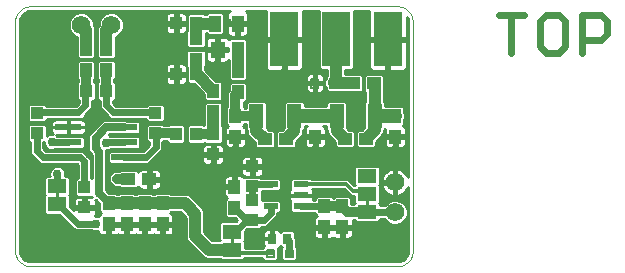
<source format=gtl>
G75*
G70*
%OFA0B0*%
%FSLAX24Y24*%
%IPPOS*%
%LPD*%
%AMOC8*
5,1,8,0,0,1.08239X$1,22.5*
%
%ADD10C,0.0230*%
%ADD11C,0.0020*%
%ADD12R,0.0500X0.0220*%
%ADD13R,0.0433X0.0394*%
%ADD14R,0.0400X0.0450*%
%ADD15C,0.0100*%
%ADD16R,0.0630X0.0460*%
%ADD17C,0.0079*%
%ADD18R,0.0276X0.0354*%
%ADD19R,0.0860X0.0220*%
%ADD20R,0.0950X0.1800*%
%ADD21R,0.0394X0.0433*%
%ADD22R,0.0394X0.0567*%
%ADD23R,0.0472X0.0567*%
%ADD24R,0.0472X0.0787*%
%ADD25R,0.0450X0.0400*%
%ADD26C,0.0620*%
%ADD27C,0.0300*%
%ADD28C,0.0240*%
%ADD29C,0.0320*%
%ADD30C,0.0220*%
%ADD31C,0.0120*%
%ADD32C,0.0400*%
%ADD33C,0.0260*%
%ADD34C,0.0390*%
%ADD35C,0.0450*%
D10*
X022768Y008536D02*
X023616Y008536D01*
X023192Y008536D02*
X023192Y007265D01*
X024149Y007477D02*
X024361Y007265D01*
X024785Y007265D01*
X024997Y007477D01*
X024997Y008324D01*
X024785Y008536D01*
X024361Y008536D01*
X024149Y008324D01*
X024149Y007477D01*
X025531Y007689D02*
X026166Y007689D01*
X026378Y007901D01*
X026378Y008324D01*
X026166Y008536D01*
X025531Y008536D01*
X025531Y007265D01*
D11*
X006654Y008311D02*
X006654Y000650D01*
X006656Y000606D01*
X006662Y000563D01*
X006671Y000521D01*
X006684Y000479D01*
X006701Y000439D01*
X006721Y000400D01*
X006744Y000363D01*
X006771Y000329D01*
X006800Y000296D01*
X006833Y000267D01*
X006867Y000240D01*
X006904Y000217D01*
X006943Y000197D01*
X006983Y000180D01*
X007025Y000167D01*
X007067Y000158D01*
X007110Y000152D01*
X007154Y000150D01*
X019402Y000150D01*
X019446Y000152D01*
X019489Y000158D01*
X019531Y000167D01*
X019573Y000180D01*
X019613Y000197D01*
X019652Y000217D01*
X019689Y000240D01*
X019723Y000267D01*
X019756Y000296D01*
X019785Y000329D01*
X019812Y000363D01*
X019835Y000400D01*
X019855Y000439D01*
X019872Y000479D01*
X019885Y000521D01*
X019894Y000563D01*
X019900Y000606D01*
X019902Y000650D01*
X019902Y008311D01*
X019900Y008355D01*
X019894Y008398D01*
X019885Y008440D01*
X019872Y008482D01*
X019855Y008522D01*
X019835Y008561D01*
X019812Y008598D01*
X019785Y008632D01*
X019756Y008665D01*
X019723Y008694D01*
X019689Y008721D01*
X019652Y008744D01*
X019613Y008764D01*
X019573Y008781D01*
X019531Y008794D01*
X019489Y008803D01*
X019446Y008809D01*
X019402Y008811D01*
X007154Y008811D01*
X007110Y008809D01*
X007067Y008803D01*
X007025Y008794D01*
X006983Y008781D01*
X006943Y008764D01*
X006904Y008744D01*
X006867Y008721D01*
X006833Y008694D01*
X006800Y008665D01*
X006771Y008632D01*
X006744Y008598D01*
X006721Y008561D01*
X006701Y008522D01*
X006684Y008482D01*
X006671Y008440D01*
X006662Y008398D01*
X006656Y008355D01*
X006654Y008311D01*
D12*
X015168Y002880D03*
X016188Y002880D03*
X016188Y002510D03*
X016188Y002140D03*
X015168Y002140D03*
D13*
X014558Y002365D03*
X014558Y002815D03*
X014558Y003485D03*
X013253Y003875D03*
X013253Y004545D03*
X011328Y004589D03*
X011328Y005258D03*
X012683Y007065D03*
X012683Y007735D03*
X007391Y005258D03*
X007391Y004589D03*
X008964Y002778D03*
X008964Y002109D03*
X014558Y001695D03*
D14*
X013958Y002100D03*
X013958Y002800D03*
X011573Y002250D03*
X010973Y002250D03*
X010373Y002250D03*
X009773Y002250D03*
X009773Y001550D03*
X010373Y001550D03*
X010973Y001550D03*
X011573Y001550D03*
X016955Y001444D03*
X017552Y001440D03*
X017552Y002140D03*
X016955Y002144D03*
X016651Y004461D03*
X016651Y005161D03*
X019320Y005162D03*
X019320Y004462D03*
X014080Y005953D03*
X013253Y006000D03*
X014080Y006653D03*
X013253Y005300D03*
X013991Y005158D03*
X013991Y004458D03*
X009693Y006700D03*
X009013Y006680D03*
X009013Y007380D03*
X009693Y007400D03*
D15*
X009383Y007439D02*
X009323Y007439D01*
X009323Y007341D02*
X009383Y007341D01*
X009383Y007242D02*
X009323Y007242D01*
X009323Y007144D02*
X009383Y007144D01*
X009383Y007129D02*
X009448Y007065D01*
X009939Y007065D01*
X010003Y007129D01*
X010003Y007671D01*
X009998Y007676D01*
X009998Y007795D01*
X010091Y007834D01*
X010209Y007952D01*
X010273Y008106D01*
X010273Y008274D01*
X010209Y008428D01*
X010091Y008546D01*
X009937Y008610D01*
X009770Y008610D01*
X009615Y008546D01*
X009497Y008428D01*
X009433Y008274D01*
X009433Y008199D01*
X009388Y008091D01*
X009388Y007676D01*
X009383Y007671D01*
X009383Y007129D01*
X009323Y007109D02*
X009323Y007651D01*
X009318Y007656D01*
X009318Y008091D01*
X009273Y008199D01*
X009273Y008274D01*
X009209Y008428D01*
X009091Y008546D01*
X008937Y008610D01*
X008770Y008610D01*
X008615Y008546D01*
X008497Y008428D01*
X008433Y008274D01*
X008433Y008106D01*
X008497Y007952D01*
X008615Y007834D01*
X008708Y007795D01*
X008708Y007656D01*
X008703Y007651D01*
X008703Y007109D01*
X008768Y007045D01*
X009259Y007045D01*
X012357Y007045D01*
X012357Y006947D02*
X010003Y006947D01*
X010003Y006971D02*
X009939Y007035D01*
X009448Y007035D01*
X009383Y006971D01*
X009383Y006429D01*
X009424Y006388D01*
X009424Y006291D01*
X009387Y006254D01*
X009387Y005730D01*
X009452Y005665D01*
X009474Y005665D01*
X009474Y005418D01*
X009633Y005259D01*
X009750Y005143D01*
X009750Y005124D01*
X009814Y005060D01*
X011002Y005060D01*
X011002Y005015D01*
X011066Y004951D01*
X011590Y004951D01*
X011655Y005015D01*
X011655Y005500D01*
X011590Y005565D01*
X011066Y005565D01*
X011002Y005500D01*
X011002Y005500D01*
X010015Y005500D01*
X009944Y005570D01*
X009914Y005600D01*
X009914Y005665D01*
X009937Y005665D01*
X010001Y005730D01*
X010001Y006254D01*
X009964Y006291D01*
X009964Y006390D01*
X010003Y006429D01*
X010003Y006971D01*
X010003Y006848D02*
X011696Y006848D01*
X011702Y006859D02*
X011682Y006824D01*
X011672Y006786D01*
X011672Y006598D01*
X011970Y006598D01*
X011970Y006502D01*
X011672Y006502D01*
X011672Y006314D01*
X011682Y006276D01*
X011702Y006241D01*
X011730Y006213D01*
X011764Y006194D01*
X011802Y006183D01*
X011970Y006183D01*
X011970Y006502D01*
X012067Y006502D01*
X012067Y006598D01*
X012366Y006598D01*
X012366Y006786D01*
X012355Y006824D01*
X012336Y006859D01*
X012308Y006887D01*
X012273Y006906D01*
X012235Y006917D01*
X012067Y006917D01*
X012067Y006598D01*
X011970Y006598D01*
X011970Y006917D01*
X011802Y006917D01*
X011764Y006906D01*
X011730Y006887D01*
X011702Y006859D01*
X011672Y006750D02*
X010003Y006750D01*
X010003Y006651D02*
X011672Y006651D01*
X011672Y006454D02*
X010003Y006454D01*
X010003Y006553D02*
X011970Y006553D01*
X012067Y006553D02*
X012381Y006553D01*
X012366Y006502D02*
X012067Y006502D01*
X012067Y006183D01*
X012235Y006183D01*
X012273Y006194D01*
X012308Y006213D01*
X012336Y006241D01*
X012355Y006276D01*
X012366Y006314D01*
X012366Y006502D01*
X012366Y006454D02*
X012381Y006454D01*
X012381Y006356D02*
X012366Y006356D01*
X012381Y006288D02*
X012381Y006799D01*
X012357Y006823D01*
X012357Y007308D01*
X012421Y007372D01*
X012945Y007372D01*
X013010Y007308D01*
X013010Y006823D01*
X012995Y006808D01*
X012995Y006690D01*
X013350Y006335D01*
X013499Y006335D01*
X013563Y006271D01*
X013563Y005729D01*
X013499Y005665D01*
X013008Y005665D01*
X012943Y005729D01*
X012943Y005879D01*
X012599Y006223D01*
X012446Y006223D01*
X012381Y006288D01*
X012412Y006257D02*
X012345Y006257D01*
X012067Y006257D02*
X011970Y006257D01*
X011970Y006356D02*
X012067Y006356D01*
X012067Y006454D02*
X011970Y006454D01*
X011970Y006651D02*
X012067Y006651D01*
X012067Y006750D02*
X011970Y006750D01*
X011970Y006848D02*
X012067Y006848D01*
X012342Y006848D02*
X012357Y006848D01*
X012366Y006750D02*
X012381Y006750D01*
X012381Y006651D02*
X012366Y006651D01*
X012995Y006750D02*
X013770Y006750D01*
X013770Y006848D02*
X013010Y006848D01*
X013010Y006947D02*
X013111Y006947D01*
X013106Y006948D02*
X013145Y006937D01*
X013351Y006937D01*
X013351Y007321D01*
X013451Y007321D01*
X013760Y007321D01*
X013760Y007421D01*
X013451Y007421D01*
X013451Y007321D01*
X013451Y006937D01*
X013657Y006937D01*
X013695Y006948D01*
X013729Y006967D01*
X013757Y006995D01*
X013775Y007026D01*
X013775Y006928D01*
X013770Y006923D01*
X013770Y006382D01*
X013834Y006318D01*
X014325Y006318D01*
X014390Y006382D01*
X014390Y006923D01*
X014385Y006928D01*
X014385Y007297D01*
X014390Y007309D01*
X014390Y007433D01*
X014377Y007464D01*
X014377Y007700D01*
X014312Y007764D01*
X013827Y007764D01*
X013776Y007713D01*
X013757Y007747D01*
X013729Y007774D01*
X013695Y007794D01*
X013657Y007804D01*
X013451Y007804D01*
X013451Y007421D01*
X013351Y007421D01*
X013351Y007804D01*
X013145Y007804D01*
X013106Y007794D01*
X013072Y007774D01*
X013044Y007747D01*
X013025Y007712D01*
X013014Y007674D01*
X013014Y007421D01*
X013351Y007421D01*
X013351Y007321D01*
X013014Y007321D01*
X013014Y007068D01*
X013025Y007030D01*
X013044Y006995D01*
X013072Y006967D01*
X013106Y006948D01*
X013020Y007045D02*
X013010Y007045D01*
X013010Y007144D02*
X013014Y007144D01*
X013010Y007242D02*
X013014Y007242D01*
X012977Y007341D02*
X013351Y007341D01*
X013351Y007439D02*
X013451Y007439D01*
X013451Y007341D02*
X013760Y007341D01*
X013451Y007242D02*
X013351Y007242D01*
X013351Y007144D02*
X013451Y007144D01*
X013451Y007045D02*
X013351Y007045D01*
X013351Y006947D02*
X013451Y006947D01*
X013690Y006947D02*
X013775Y006947D01*
X013770Y006651D02*
X013034Y006651D01*
X013132Y006553D02*
X013770Y006553D01*
X013770Y006454D02*
X013231Y006454D01*
X013329Y006356D02*
X013796Y006356D01*
X013834Y006288D02*
X013770Y006223D01*
X013770Y006025D01*
X013766Y006021D01*
X013725Y005922D01*
X013725Y005472D01*
X013681Y005429D01*
X013681Y004888D01*
X013744Y004826D01*
X013734Y004823D01*
X013699Y004803D01*
X013671Y004775D01*
X013652Y004741D01*
X013641Y004703D01*
X013641Y004508D01*
X013941Y004508D01*
X013941Y004408D01*
X013641Y004408D01*
X013641Y004214D01*
X013652Y004175D01*
X013671Y004141D01*
X013699Y004113D01*
X013734Y004093D01*
X013772Y004083D01*
X013941Y004083D01*
X013941Y004408D01*
X014041Y004408D01*
X014041Y004083D01*
X014211Y004083D01*
X014249Y004093D01*
X014284Y004113D01*
X014312Y004141D01*
X014331Y004175D01*
X014341Y004214D01*
X014341Y004408D01*
X014041Y004408D01*
X014041Y004508D01*
X014341Y004508D01*
X014341Y004703D01*
X014331Y004741D01*
X014312Y004775D01*
X014284Y004803D01*
X014249Y004823D01*
X014239Y004826D01*
X014301Y004888D01*
X014301Y004891D01*
X014346Y004891D01*
X014346Y004722D01*
X014382Y004686D01*
X014382Y004602D01*
X014429Y004488D01*
X014517Y004401D01*
X014637Y004280D01*
X014637Y004138D01*
X014702Y004073D01*
X015243Y004073D01*
X015307Y004138D01*
X015307Y004629D01*
X015243Y004693D01*
X015101Y004693D01*
X015039Y004755D01*
X015039Y005601D01*
X014974Y005665D01*
X014410Y005665D01*
X014346Y005601D01*
X014346Y005431D01*
X014299Y005431D01*
X014265Y005466D01*
X014265Y005618D01*
X014325Y005618D01*
X014390Y005682D01*
X014390Y006223D01*
X014325Y006288D01*
X013834Y006288D01*
X013803Y006257D02*
X013563Y006257D01*
X013563Y006159D02*
X013770Y006159D01*
X013770Y006060D02*
X013563Y006060D01*
X013563Y005962D02*
X013741Y005962D01*
X013725Y005863D02*
X013563Y005863D01*
X013563Y005765D02*
X013725Y005765D01*
X013725Y005666D02*
X013500Y005666D01*
X013499Y005635D02*
X013008Y005635D01*
X012943Y005571D01*
X012943Y005029D01*
X012948Y005024D01*
X012948Y004859D01*
X012930Y004877D01*
X012446Y004877D01*
X012381Y004812D01*
X012381Y004288D01*
X012446Y004223D01*
X012930Y004223D01*
X012968Y004261D01*
X012991Y004238D01*
X013515Y004238D01*
X013580Y004302D01*
X013580Y004787D01*
X013558Y004809D01*
X013558Y005024D01*
X013563Y005029D01*
X013563Y005571D01*
X013499Y005635D01*
X013563Y005568D02*
X013725Y005568D01*
X013722Y005469D02*
X013563Y005469D01*
X013563Y005371D02*
X013681Y005371D01*
X013681Y005272D02*
X013563Y005272D01*
X013563Y005174D02*
X013681Y005174D01*
X013681Y005075D02*
X013563Y005075D01*
X013558Y004977D02*
X013681Y004977D01*
X013691Y004878D02*
X013558Y004878D01*
X013580Y004780D02*
X013676Y004780D01*
X013641Y004681D02*
X013580Y004681D01*
X013580Y004583D02*
X013641Y004583D01*
X013580Y004484D02*
X013941Y004484D01*
X013941Y004386D02*
X014041Y004386D01*
X014041Y004484D02*
X014433Y004484D01*
X014390Y004583D02*
X014341Y004583D01*
X014341Y004681D02*
X014382Y004681D01*
X014346Y004780D02*
X014307Y004780D01*
X014292Y004878D02*
X014346Y004878D01*
X014346Y005469D02*
X014265Y005469D01*
X014265Y005568D02*
X014346Y005568D01*
X014373Y005666D02*
X018323Y005666D01*
X018323Y005638D02*
X018287Y005601D01*
X018287Y004776D01*
X018212Y004700D01*
X018069Y004700D01*
X018005Y004636D01*
X018005Y004145D01*
X018069Y004080D01*
X018610Y004080D01*
X018675Y004145D01*
X018675Y004287D01*
X018970Y004287D01*
X018970Y004217D02*
X018980Y004179D01*
X019000Y004145D01*
X019028Y004117D01*
X019062Y004097D01*
X019100Y004087D01*
X019270Y004087D01*
X019270Y004412D01*
X019370Y004412D01*
X019370Y004512D01*
X019670Y004512D01*
X019670Y004707D01*
X019660Y004745D01*
X019640Y004779D01*
X019612Y004807D01*
X019578Y004827D01*
X019568Y004829D01*
X019630Y004891D01*
X019630Y005035D01*
X019655Y005095D01*
X019655Y005228D01*
X019630Y005289D01*
X019630Y005432D01*
X019565Y005497D01*
X018979Y005497D01*
X018979Y005601D01*
X018943Y005638D01*
X018943Y006282D01*
X018938Y006294D01*
X018938Y006496D01*
X018874Y006560D01*
X018333Y006560D01*
X018268Y006496D01*
X018268Y006004D01*
X018323Y005950D01*
X018323Y005638D01*
X018287Y005568D02*
X017720Y005568D01*
X017720Y005601D02*
X017720Y004749D01*
X017768Y004700D01*
X017910Y004700D01*
X017975Y004636D01*
X017975Y004145D01*
X017910Y004080D01*
X017369Y004080D01*
X017305Y004145D01*
X017305Y004287D01*
X017001Y004287D01*
X017001Y004217D02*
X017001Y004411D01*
X016701Y004411D01*
X016701Y004086D01*
X016871Y004086D01*
X016909Y004097D01*
X016944Y004116D01*
X016972Y004144D01*
X016991Y004179D01*
X017001Y004217D01*
X016994Y004189D02*
X017305Y004189D01*
X017305Y004287D02*
X017198Y004394D01*
X017111Y004481D01*
X017063Y004595D01*
X017063Y004687D01*
X017027Y004723D01*
X017027Y004827D01*
X016906Y004827D01*
X016909Y004826D01*
X016944Y004807D01*
X016972Y004779D01*
X016991Y004744D01*
X017001Y004706D01*
X017001Y004511D01*
X016701Y004511D01*
X016701Y004411D01*
X016601Y004411D01*
X016601Y004086D01*
X016432Y004086D01*
X016394Y004097D01*
X016359Y004116D01*
X016331Y004144D01*
X016312Y004179D01*
X016301Y004217D01*
X016301Y004411D01*
X016601Y004411D01*
X016601Y004511D01*
X016301Y004511D01*
X016301Y004706D01*
X016312Y004744D01*
X016331Y004779D01*
X016359Y004807D01*
X016394Y004826D01*
X016397Y004827D01*
X016298Y004827D01*
X016298Y004722D01*
X016262Y004686D01*
X016262Y004602D01*
X016215Y004488D01*
X016128Y004401D01*
X016007Y004280D01*
X016007Y004138D01*
X015943Y004073D01*
X015402Y004073D01*
X015337Y004138D01*
X015337Y004629D01*
X015402Y004693D01*
X015544Y004693D01*
X015606Y004755D01*
X015606Y005601D01*
X015670Y005665D01*
X016234Y005665D01*
X016298Y005601D01*
X016298Y005497D01*
X017027Y005497D01*
X017027Y005601D01*
X017092Y005666D01*
X017655Y005666D01*
X017720Y005601D01*
X017720Y005469D02*
X018287Y005469D01*
X018287Y005371D02*
X017720Y005371D01*
X017720Y005272D02*
X018287Y005272D01*
X018287Y005174D02*
X017720Y005174D01*
X017720Y005075D02*
X018287Y005075D01*
X018287Y004977D02*
X017720Y004977D01*
X017720Y004878D02*
X018287Y004878D01*
X018287Y004780D02*
X017720Y004780D01*
X017930Y004681D02*
X018050Y004681D01*
X018005Y004583D02*
X017975Y004583D01*
X017975Y004484D02*
X018005Y004484D01*
X018005Y004386D02*
X017975Y004386D01*
X017975Y004287D02*
X018005Y004287D01*
X018005Y004189D02*
X017975Y004189D01*
X017920Y004090D02*
X018060Y004090D01*
X018620Y004090D02*
X019088Y004090D01*
X018977Y004189D02*
X018675Y004189D01*
X018675Y004287D02*
X018809Y004421D01*
X018896Y004508D01*
X018943Y004622D01*
X018943Y004687D01*
X018972Y004716D01*
X018970Y004707D01*
X018970Y004512D01*
X019270Y004512D01*
X019270Y004412D01*
X018970Y004412D01*
X018970Y004217D01*
X018970Y004386D02*
X018773Y004386D01*
X018872Y004484D02*
X019270Y004484D01*
X019270Y004386D02*
X019370Y004386D01*
X019370Y004412D02*
X019370Y004087D01*
X019540Y004087D01*
X019578Y004097D01*
X019612Y004117D01*
X019640Y004145D01*
X019660Y004179D01*
X019670Y004217D01*
X019670Y004412D01*
X019370Y004412D01*
X019370Y004484D02*
X019742Y004484D01*
X019742Y004386D02*
X019670Y004386D01*
X019670Y004287D02*
X019742Y004287D01*
X019742Y004189D02*
X019662Y004189D01*
X019742Y004090D02*
X019552Y004090D01*
X019370Y004090D02*
X019270Y004090D01*
X019270Y004189D02*
X019370Y004189D01*
X019370Y004287D02*
X019270Y004287D01*
X018970Y004583D02*
X018927Y004583D01*
X018943Y004681D02*
X018970Y004681D01*
X019617Y004878D02*
X019742Y004878D01*
X019742Y004780D02*
X019639Y004780D01*
X019670Y004681D02*
X019742Y004681D01*
X019742Y004583D02*
X019670Y004583D01*
X019630Y004977D02*
X019742Y004977D01*
X019742Y005075D02*
X019646Y005075D01*
X019655Y005174D02*
X019742Y005174D01*
X019742Y005272D02*
X019637Y005272D01*
X019630Y005371D02*
X019742Y005371D01*
X019742Y005469D02*
X019593Y005469D01*
X019742Y005568D02*
X018979Y005568D01*
X018943Y005666D02*
X019742Y005666D01*
X019742Y005765D02*
X018943Y005765D01*
X018943Y005863D02*
X019742Y005863D01*
X019742Y005962D02*
X018943Y005962D01*
X018943Y006060D02*
X019742Y006060D01*
X019742Y006159D02*
X018943Y006159D01*
X018943Y006257D02*
X019742Y006257D01*
X019742Y006356D02*
X018938Y006356D01*
X018938Y006454D02*
X019742Y006454D01*
X019742Y006553D02*
X018881Y006553D01*
X019028Y006661D02*
X019028Y007661D01*
X019128Y007661D01*
X019128Y006661D01*
X019573Y006661D01*
X019611Y006672D01*
X019645Y006691D01*
X019673Y006719D01*
X019693Y006754D01*
X019703Y006792D01*
X019703Y007661D01*
X019128Y007661D01*
X019128Y007761D01*
X019703Y007761D01*
X019703Y008455D01*
X019735Y008378D01*
X019742Y008311D01*
X019742Y003119D01*
X019740Y003127D01*
X019707Y003191D01*
X019664Y003250D01*
X019613Y003301D01*
X019554Y003343D01*
X019490Y003376D01*
X019421Y003399D01*
X019362Y003408D01*
X019362Y002998D01*
X019265Y002998D01*
X019265Y002902D01*
X018855Y002902D01*
X018865Y002842D01*
X018887Y002773D01*
X018920Y002709D01*
X018962Y002650D01*
X019014Y002599D01*
X019072Y002557D01*
X019137Y002524D01*
X019206Y002501D01*
X019265Y002492D01*
X019265Y002902D01*
X019362Y002902D01*
X019362Y002492D01*
X019421Y002501D01*
X019490Y002524D01*
X019554Y002557D01*
X019613Y002599D01*
X019664Y002650D01*
X019707Y002709D01*
X019740Y002773D01*
X019742Y002781D01*
X019742Y000650D01*
X019735Y000584D01*
X019685Y000461D01*
X019591Y000367D01*
X019468Y000316D01*
X019402Y000310D01*
X007154Y000310D01*
X007087Y000316D01*
X006965Y000367D01*
X006871Y000461D01*
X006820Y000584D01*
X006814Y000650D01*
X006814Y008311D01*
X006820Y008378D01*
X006871Y008500D01*
X006965Y008594D01*
X007087Y008645D01*
X007154Y008652D01*
X013800Y008652D01*
X013781Y008641D01*
X013753Y008613D01*
X013733Y008578D01*
X013723Y008540D01*
X013723Y008286D01*
X014021Y008286D01*
X014021Y008189D01*
X013723Y008189D01*
X013723Y007934D01*
X013733Y007896D01*
X013753Y007862D01*
X013781Y007834D01*
X013815Y007814D01*
X013853Y007804D01*
X014021Y007804D01*
X014021Y008189D01*
X014118Y008189D01*
X014118Y008286D01*
X014417Y008286D01*
X014417Y008540D01*
X014406Y008578D01*
X014387Y008613D01*
X014359Y008641D01*
X014340Y008652D01*
X015009Y008652D01*
X015003Y008631D01*
X015003Y007761D01*
X015578Y007761D01*
X015578Y007661D01*
X015678Y007661D01*
X015678Y006661D01*
X016123Y006661D01*
X016161Y006672D01*
X016195Y006691D01*
X016223Y006719D01*
X016243Y006754D01*
X016253Y006792D01*
X016253Y007661D01*
X015678Y007661D01*
X015678Y007761D01*
X016253Y007761D01*
X016253Y008631D01*
X016248Y008652D01*
X016768Y008652D01*
X016768Y006766D01*
X016833Y006701D01*
X017043Y006701D01*
X017043Y006502D01*
X017001Y006460D01*
X017001Y006414D01*
X016958Y006312D01*
X016958Y006188D01*
X017001Y006086D01*
X017001Y006040D01*
X017088Y005953D01*
X017175Y005953D01*
X017207Y005940D01*
X018174Y005940D01*
X018238Y006004D01*
X018238Y006496D01*
X018174Y006560D01*
X017663Y006560D01*
X017663Y006701D01*
X017874Y006701D01*
X017938Y006766D01*
X017938Y008652D01*
X018459Y008652D01*
X018453Y008631D01*
X018453Y007761D01*
X019028Y007761D01*
X019028Y007661D01*
X018453Y007661D01*
X018453Y006792D01*
X018464Y006754D01*
X018483Y006719D01*
X018511Y006691D01*
X018545Y006672D01*
X018584Y006661D01*
X019028Y006661D01*
X019028Y006750D02*
X019128Y006750D01*
X019128Y006848D02*
X019028Y006848D01*
X019028Y006947D02*
X019128Y006947D01*
X019128Y007045D02*
X019028Y007045D01*
X019028Y007144D02*
X019128Y007144D01*
X019128Y007242D02*
X019028Y007242D01*
X019028Y007341D02*
X019128Y007341D01*
X019128Y007439D02*
X019028Y007439D01*
X019028Y007538D02*
X019128Y007538D01*
X019128Y007636D02*
X019028Y007636D01*
X019028Y007735D02*
X017938Y007735D01*
X017938Y007833D02*
X018453Y007833D01*
X018453Y007932D02*
X017938Y007932D01*
X017938Y008030D02*
X018453Y008030D01*
X018453Y008129D02*
X017938Y008129D01*
X017938Y008227D02*
X018453Y008227D01*
X018453Y008326D02*
X017938Y008326D01*
X017938Y008424D02*
X018453Y008424D01*
X018453Y008523D02*
X017938Y008523D01*
X017938Y008621D02*
X018453Y008621D01*
X019703Y008424D02*
X019716Y008424D01*
X019703Y008326D02*
X019741Y008326D01*
X019742Y008227D02*
X019703Y008227D01*
X019703Y008129D02*
X019742Y008129D01*
X019742Y008030D02*
X019703Y008030D01*
X019703Y007932D02*
X019742Y007932D01*
X019742Y007833D02*
X019703Y007833D01*
X019742Y007735D02*
X019128Y007735D01*
X019703Y007636D02*
X019742Y007636D01*
X019742Y007538D02*
X019703Y007538D01*
X019703Y007439D02*
X019742Y007439D01*
X019742Y007341D02*
X019703Y007341D01*
X019703Y007242D02*
X019742Y007242D01*
X019742Y007144D02*
X019703Y007144D01*
X019703Y007045D02*
X019742Y007045D01*
X019742Y006947D02*
X019703Y006947D01*
X019703Y006848D02*
X019742Y006848D01*
X019742Y006750D02*
X019691Y006750D01*
X019742Y006651D02*
X017663Y006651D01*
X017922Y006750D02*
X018466Y006750D01*
X018453Y006848D02*
X017938Y006848D01*
X017938Y006947D02*
X018453Y006947D01*
X018453Y007045D02*
X017938Y007045D01*
X017938Y007144D02*
X018453Y007144D01*
X018453Y007242D02*
X017938Y007242D01*
X017938Y007341D02*
X018453Y007341D01*
X018453Y007439D02*
X017938Y007439D01*
X017938Y007538D02*
X018453Y007538D01*
X018453Y007636D02*
X017938Y007636D01*
X016768Y007636D02*
X016253Y007636D01*
X016253Y007538D02*
X016768Y007538D01*
X016768Y007439D02*
X016253Y007439D01*
X016253Y007341D02*
X016768Y007341D01*
X016768Y007242D02*
X016253Y007242D01*
X016253Y007144D02*
X016768Y007144D01*
X016768Y007045D02*
X016253Y007045D01*
X016253Y006947D02*
X016768Y006947D01*
X016768Y006848D02*
X016253Y006848D01*
X016241Y006750D02*
X016785Y006750D01*
X016781Y006587D02*
X016667Y006587D01*
X016667Y006279D01*
X016610Y006279D01*
X016610Y006587D01*
X016495Y006587D01*
X016447Y006574D01*
X016404Y006549D01*
X016369Y006514D01*
X016344Y006471D01*
X016331Y006423D01*
X016331Y006279D01*
X016610Y006279D01*
X016610Y006221D01*
X016667Y006221D01*
X016667Y005913D01*
X016781Y005913D01*
X016830Y005926D01*
X016873Y005951D01*
X016908Y005986D01*
X016933Y006029D01*
X016946Y006077D01*
X016946Y006221D01*
X016667Y006221D01*
X016667Y006279D01*
X016946Y006279D01*
X016946Y006423D01*
X016933Y006471D01*
X016908Y006514D01*
X016873Y006549D01*
X016830Y006574D01*
X016781Y006587D01*
X016867Y006553D02*
X017043Y006553D01*
X017043Y006651D02*
X014390Y006651D01*
X014390Y006553D02*
X016410Y006553D01*
X016339Y006454D02*
X014390Y006454D01*
X014363Y006356D02*
X016331Y006356D01*
X016331Y006221D02*
X016331Y006077D01*
X016344Y006029D01*
X016369Y005986D01*
X016404Y005951D01*
X016447Y005926D01*
X016495Y005913D01*
X016610Y005913D01*
X016610Y006221D01*
X016331Y006221D01*
X016331Y006159D02*
X014390Y006159D01*
X014390Y006060D02*
X016336Y006060D01*
X016393Y005962D02*
X014390Y005962D01*
X014390Y005863D02*
X018323Y005863D01*
X018323Y005765D02*
X014390Y005765D01*
X015039Y005568D02*
X015606Y005568D01*
X015606Y005469D02*
X015039Y005469D01*
X015039Y005371D02*
X015606Y005371D01*
X015606Y005272D02*
X015039Y005272D01*
X015039Y005174D02*
X015606Y005174D01*
X015606Y005075D02*
X015039Y005075D01*
X015039Y004977D02*
X015606Y004977D01*
X015606Y004878D02*
X015039Y004878D01*
X015039Y004780D02*
X015606Y004780D01*
X015389Y004681D02*
X015255Y004681D01*
X015307Y004583D02*
X015337Y004583D01*
X015337Y004484D02*
X015307Y004484D01*
X015307Y004386D02*
X015337Y004386D01*
X015337Y004287D02*
X015307Y004287D01*
X015307Y004189D02*
X015337Y004189D01*
X015385Y004090D02*
X015259Y004090D01*
X014894Y003774D02*
X014867Y003802D01*
X014832Y003821D01*
X014794Y003831D01*
X014606Y003831D01*
X014606Y003533D01*
X014509Y003533D01*
X014509Y003436D01*
X014191Y003436D01*
X014191Y003268D01*
X014202Y003230D01*
X014221Y003196D01*
X014249Y003168D01*
X014283Y003148D01*
X014322Y003138D01*
X014509Y003138D01*
X014509Y003436D01*
X014606Y003436D01*
X014606Y003138D01*
X014794Y003138D01*
X014832Y003148D01*
X014867Y003168D01*
X014894Y003196D01*
X014914Y003230D01*
X014924Y003268D01*
X014924Y003436D01*
X014606Y003436D01*
X014606Y003533D01*
X014924Y003533D01*
X014924Y003701D01*
X014914Y003739D01*
X014894Y003774D01*
X014874Y003795D02*
X019742Y003795D01*
X019742Y003893D02*
X013302Y003893D01*
X013302Y003924D02*
X013620Y003924D01*
X013620Y004092D01*
X013610Y004130D01*
X013590Y004164D01*
X013562Y004192D01*
X013528Y004212D01*
X013490Y004222D01*
X013302Y004222D01*
X013302Y003924D01*
X013302Y003827D01*
X013620Y003827D01*
X013620Y003659D01*
X013610Y003621D01*
X013590Y003586D01*
X013562Y003558D01*
X013528Y003539D01*
X013490Y003529D01*
X013302Y003529D01*
X013302Y003827D01*
X013205Y003827D01*
X013205Y003529D01*
X013017Y003529D01*
X012979Y003539D01*
X012945Y003558D01*
X012917Y003586D01*
X012897Y003621D01*
X012887Y003659D01*
X012887Y003827D01*
X013205Y003827D01*
X013205Y003924D01*
X013205Y004222D01*
X013017Y004222D01*
X012979Y004212D01*
X012945Y004192D01*
X012917Y004164D01*
X012897Y004130D01*
X012887Y004092D01*
X012887Y003924D01*
X013205Y003924D01*
X013302Y003924D01*
X013302Y003992D02*
X013205Y003992D01*
X013205Y004090D02*
X013302Y004090D01*
X013302Y004189D02*
X013205Y004189D01*
X012941Y004189D02*
X011553Y004189D01*
X011553Y004282D02*
X011553Y004019D01*
X011424Y003890D01*
X011094Y003560D01*
X009814Y003560D01*
X009750Y003624D01*
X009750Y003935D01*
X009814Y004000D01*
X010912Y004000D01*
X011113Y004201D01*
X011113Y004282D01*
X011066Y004282D01*
X011002Y004346D01*
X011002Y004831D01*
X011066Y004895D01*
X011590Y004895D01*
X011627Y004859D01*
X011758Y004859D01*
X011776Y004877D01*
X012261Y004877D01*
X012326Y004812D01*
X012326Y004288D01*
X012261Y004223D01*
X011776Y004223D01*
X011712Y004288D01*
X011712Y004319D01*
X011627Y004319D01*
X011590Y004282D01*
X011553Y004282D01*
X011595Y004287D02*
X011713Y004287D01*
X011553Y004090D02*
X012887Y004090D01*
X012887Y003992D02*
X011526Y003992D01*
X011427Y003893D02*
X013205Y003893D01*
X013205Y003795D02*
X013302Y003795D01*
X013302Y003696D02*
X013205Y003696D01*
X013205Y003598D02*
X013302Y003598D01*
X013596Y003598D02*
X014191Y003598D01*
X014191Y003533D02*
X014191Y003701D01*
X014202Y003739D01*
X014221Y003774D01*
X014249Y003802D01*
X014283Y003821D01*
X014322Y003831D01*
X014509Y003831D01*
X014509Y003533D01*
X014191Y003533D01*
X014191Y003401D02*
X011380Y003401D01*
X011374Y003402D02*
X011179Y003402D01*
X011179Y003102D01*
X011079Y003102D01*
X011079Y003402D01*
X010884Y003402D01*
X010846Y003392D01*
X010812Y003372D01*
X010784Y003344D01*
X010764Y003310D01*
X010762Y003300D01*
X010700Y003362D01*
X010159Y003362D01*
X010119Y003322D01*
X010116Y003322D01*
X010097Y003330D01*
X009990Y003330D01*
X009890Y003289D01*
X009814Y003213D01*
X009773Y003114D01*
X009773Y003006D01*
X009814Y002907D01*
X009898Y002823D01*
X009997Y002782D01*
X010119Y002782D01*
X010159Y002742D01*
X010700Y002742D01*
X010762Y002804D01*
X010764Y002794D01*
X010784Y002760D01*
X010812Y002732D01*
X010846Y002712D01*
X010884Y002702D01*
X011079Y002702D01*
X011079Y003002D01*
X011179Y003002D01*
X011179Y002702D01*
X011374Y002702D01*
X011412Y002712D01*
X011446Y002732D01*
X011474Y002760D01*
X011494Y002794D01*
X011504Y002832D01*
X011504Y003002D01*
X011179Y003002D01*
X011179Y003102D01*
X011504Y003102D01*
X011504Y003272D01*
X011494Y003310D01*
X011474Y003344D01*
X011446Y003372D01*
X011412Y003392D01*
X011374Y003402D01*
X011496Y003302D02*
X014191Y003302D01*
X014217Y003204D02*
X011504Y003204D01*
X011504Y003105D02*
X013631Y003105D01*
X013638Y003117D02*
X013618Y003083D01*
X013608Y003045D01*
X013608Y002850D01*
X013908Y002850D01*
X013908Y003175D01*
X013738Y003175D01*
X013700Y003165D01*
X013666Y003145D01*
X013638Y003117D01*
X013608Y003007D02*
X011179Y003007D01*
X011179Y003105D02*
X011079Y003105D01*
X011079Y003204D02*
X011179Y003204D01*
X011179Y003302D02*
X011079Y003302D01*
X011079Y003401D02*
X011179Y003401D01*
X011132Y003598D02*
X012910Y003598D01*
X012887Y003696D02*
X011230Y003696D01*
X011329Y003795D02*
X012887Y003795D01*
X013620Y003795D02*
X014242Y003795D01*
X014191Y003696D02*
X013620Y003696D01*
X013620Y003992D02*
X019742Y003992D01*
X019742Y003696D02*
X014924Y003696D01*
X014924Y003598D02*
X019742Y003598D01*
X019742Y003499D02*
X018740Y003499D01*
X018734Y003505D02*
X018013Y003505D01*
X017948Y003441D01*
X017948Y002890D01*
X017973Y002865D01*
X017951Y002843D01*
X017744Y003050D01*
X016533Y003050D01*
X016483Y003100D01*
X015892Y003100D01*
X015828Y003036D01*
X015828Y002724D01*
X015829Y002723D01*
X015818Y002712D01*
X015798Y002678D01*
X015788Y002640D01*
X015788Y002515D01*
X016183Y002515D01*
X016183Y002505D01*
X015788Y002505D01*
X015788Y002380D01*
X015798Y002342D01*
X015818Y002308D01*
X015829Y002297D01*
X015828Y002296D01*
X015828Y001984D01*
X015892Y001920D01*
X016645Y001920D01*
X016645Y001874D01*
X016707Y001812D01*
X016697Y001809D01*
X016663Y001789D01*
X016635Y001761D01*
X016615Y001727D01*
X016605Y001689D01*
X016605Y001494D01*
X016905Y001494D01*
X016905Y001394D01*
X017005Y001394D01*
X017005Y001494D01*
X017202Y001494D01*
X017202Y001490D01*
X017502Y001490D01*
X017502Y001390D01*
X017602Y001390D01*
X017602Y001490D01*
X017902Y001490D01*
X017902Y001685D01*
X017899Y001695D01*
X017948Y001695D01*
X017948Y001690D01*
X018013Y001625D01*
X018734Y001625D01*
X018798Y001690D01*
X018798Y001735D01*
X018948Y001735D01*
X018957Y001712D01*
X019075Y001594D01*
X019230Y001530D01*
X019397Y001530D01*
X019551Y001594D01*
X019669Y001712D01*
X019733Y001866D01*
X019733Y002034D01*
X019669Y002188D01*
X019551Y002306D01*
X019397Y002370D01*
X019230Y002370D01*
X019075Y002306D01*
X018965Y002195D01*
X018798Y002195D01*
X018798Y002241D01*
X018774Y002265D01*
X018798Y002290D01*
X018798Y002841D01*
X018774Y002865D01*
X018798Y002890D01*
X018798Y003441D01*
X018734Y003505D01*
X018798Y003401D02*
X019217Y003401D01*
X019206Y003399D02*
X019137Y003376D01*
X019072Y003343D01*
X019014Y003301D01*
X018962Y003250D01*
X018920Y003191D01*
X018887Y003127D01*
X018865Y003058D01*
X018855Y002998D01*
X019265Y002998D01*
X019265Y003408D01*
X019206Y003399D01*
X019265Y003401D02*
X019362Y003401D01*
X019409Y003401D02*
X019742Y003401D01*
X019742Y003302D02*
X019611Y003302D01*
X019698Y003204D02*
X019742Y003204D01*
X019362Y003204D02*
X019265Y003204D01*
X019265Y003302D02*
X019362Y003302D01*
X019362Y003105D02*
X019265Y003105D01*
X019265Y003007D02*
X019362Y003007D01*
X019265Y002908D02*
X018798Y002908D01*
X018798Y002810D02*
X018875Y002810D01*
X018919Y002711D02*
X018798Y002711D01*
X018798Y002613D02*
X019000Y002613D01*
X019167Y002514D02*
X018798Y002514D01*
X018798Y002416D02*
X019742Y002416D01*
X019742Y002514D02*
X019460Y002514D01*
X019362Y002514D02*
X019265Y002514D01*
X019265Y002613D02*
X019362Y002613D01*
X019362Y002711D02*
X019265Y002711D01*
X019265Y002810D02*
X019362Y002810D01*
X019626Y002613D02*
X019742Y002613D01*
X019742Y002711D02*
X019708Y002711D01*
X019742Y002317D02*
X019525Y002317D01*
X019639Y002219D02*
X019742Y002219D01*
X019742Y002120D02*
X019697Y002120D01*
X019733Y002022D02*
X019742Y002022D01*
X019733Y001923D02*
X019742Y001923D01*
X019742Y001825D02*
X019716Y001825D01*
X019742Y001726D02*
X019675Y001726D01*
X019742Y001628D02*
X019585Y001628D01*
X019742Y001529D02*
X017902Y001529D01*
X017902Y001628D02*
X018011Y001628D01*
X017902Y001390D02*
X017602Y001390D01*
X017602Y001065D01*
X017771Y001065D01*
X017809Y001075D01*
X017844Y001095D01*
X017872Y001123D01*
X017891Y001157D01*
X017902Y001195D01*
X017902Y001390D01*
X017902Y001332D02*
X019742Y001332D01*
X019742Y001234D02*
X017902Y001234D01*
X017879Y001135D02*
X019742Y001135D01*
X019742Y001037D02*
X016005Y001037D01*
X016010Y001025D02*
X015976Y001108D01*
X015976Y001288D01*
X015911Y001353D01*
X015544Y001353D01*
X015493Y001301D01*
X015474Y001335D01*
X015446Y001363D01*
X015412Y001382D01*
X015374Y001393D01*
X015235Y001393D01*
X015235Y001084D01*
X015197Y001084D01*
X015197Y001047D01*
X014928Y001047D01*
X014928Y000869D01*
X014938Y000830D01*
X014944Y000820D01*
X014889Y000765D01*
X014889Y000755D01*
X014314Y000755D01*
X014314Y000979D01*
X014289Y001004D01*
X014314Y001028D01*
X014314Y001319D01*
X014383Y001389D01*
X014820Y001389D01*
X014884Y001453D01*
X014884Y001470D01*
X015024Y001470D01*
X015153Y001599D01*
X015388Y001833D01*
X015388Y001920D01*
X015463Y001920D01*
X015528Y001984D01*
X015528Y002296D01*
X015463Y002360D01*
X014884Y002360D01*
X014884Y002660D01*
X015463Y002660D01*
X015528Y002724D01*
X015528Y003036D01*
X015463Y003100D01*
X014842Y003100D01*
X014820Y003122D01*
X014296Y003122D01*
X014283Y003109D01*
X014278Y003117D01*
X014250Y003145D01*
X014216Y003165D01*
X014178Y003175D01*
X014008Y003175D01*
X014008Y002850D01*
X013908Y002850D01*
X013908Y002750D01*
X013608Y002750D01*
X013608Y002555D01*
X013618Y002517D01*
X013638Y002483D01*
X013666Y002455D01*
X013700Y002435D01*
X013710Y002433D01*
X013648Y002371D01*
X013648Y001829D01*
X013712Y001765D01*
X013982Y001765D01*
X014059Y001687D01*
X014016Y001644D01*
X013528Y001644D01*
X013464Y001579D01*
X013464Y001028D01*
X013478Y001014D01*
X013228Y001014D01*
X012963Y001278D01*
X012963Y001962D01*
X012916Y002076D01*
X012666Y002326D01*
X012566Y002426D01*
X012479Y002513D01*
X012365Y002560D01*
X011844Y002560D01*
X011819Y002585D01*
X011328Y002585D01*
X011303Y002560D01*
X011244Y002560D01*
X011219Y002585D01*
X010728Y002585D01*
X010703Y002560D01*
X010644Y002560D01*
X010619Y002585D01*
X010128Y002585D01*
X010103Y002560D01*
X010044Y002560D01*
X010019Y002585D01*
X009788Y002585D01*
X009694Y002679D01*
X009693Y002680D01*
X009693Y004010D01*
X009745Y004010D01*
X009841Y004050D01*
X009851Y004060D01*
X010765Y004060D01*
X010830Y004124D01*
X010830Y004435D01*
X010765Y004500D01*
X009819Y004500D01*
X009765Y004522D01*
X009782Y004540D01*
X010337Y004540D01*
X010386Y004560D01*
X010765Y004560D01*
X010830Y004624D01*
X010830Y004935D01*
X010765Y005000D01*
X010386Y005000D01*
X010337Y005020D01*
X009635Y005020D01*
X009547Y004983D01*
X009479Y004915D01*
X009197Y004633D01*
X009130Y004566D01*
X009093Y004478D01*
X009093Y004042D01*
X009130Y003954D01*
X009213Y003871D01*
X009213Y003085D01*
X009184Y003085D01*
X009184Y003710D01*
X009055Y003839D01*
X009024Y003870D01*
X008970Y003925D01*
X008970Y003935D01*
X008905Y004000D01*
X007675Y004000D01*
X007593Y004081D01*
X007593Y004282D01*
X007613Y004282D01*
X007613Y004238D01*
X007653Y004143D01*
X007726Y004070D01*
X007822Y004030D01*
X007925Y004030D01*
X007996Y004060D01*
X008905Y004060D01*
X008970Y004124D01*
X008970Y004435D01*
X008905Y004500D01*
X008031Y004500D01*
X008021Y004510D01*
X007999Y004520D01*
X008425Y004520D01*
X008425Y004775D01*
X007850Y004775D01*
X007850Y004650D01*
X007860Y004612D01*
X007880Y004577D01*
X007907Y004550D01*
X007822Y004550D01*
X007726Y004510D01*
X007718Y004502D01*
X007718Y004831D01*
X007653Y004895D01*
X007129Y004895D01*
X007065Y004831D01*
X007065Y004346D01*
X007129Y004282D01*
X007153Y004282D01*
X007153Y003899D01*
X007282Y003770D01*
X007493Y003560D01*
X008713Y003560D01*
X008713Y003559D01*
X008744Y003528D01*
X008744Y003085D01*
X008702Y003085D01*
X008638Y003021D01*
X008638Y002536D01*
X008702Y002471D01*
X009217Y002471D01*
X009226Y002449D01*
X009201Y002456D01*
X009013Y002456D01*
X009013Y002157D01*
X009331Y002157D01*
X009331Y002326D01*
X009324Y002352D01*
X009354Y002340D01*
X009463Y002231D01*
X009463Y001979D01*
X009525Y001917D01*
X009515Y001915D01*
X009481Y001895D01*
X009453Y001867D01*
X009434Y001833D01*
X009428Y001812D01*
X009385Y001830D01*
X009307Y001830D01*
X009321Y001854D01*
X009331Y001892D01*
X009331Y002061D01*
X009013Y002061D01*
X009013Y002157D01*
X008916Y002157D01*
X008916Y002061D01*
X008598Y002061D01*
X008598Y002017D01*
X008573Y002041D01*
X008466Y002148D01*
X008466Y002487D01*
X008442Y002511D01*
X008466Y002535D01*
X008466Y003087D01*
X008402Y003151D01*
X008302Y003151D01*
X008313Y003178D01*
X008313Y003282D01*
X008274Y003377D01*
X008201Y003450D01*
X008105Y003490D01*
X008002Y003490D01*
X007906Y003450D01*
X007833Y003377D01*
X007793Y003282D01*
X007793Y003178D01*
X007805Y003151D01*
X007681Y003151D01*
X007616Y003087D01*
X007616Y002535D01*
X007641Y002511D01*
X007616Y002487D01*
X007616Y001935D01*
X007681Y001871D01*
X008121Y001871D01*
X008262Y001730D01*
X008642Y001350D01*
X009186Y001350D01*
X009186Y001350D01*
X009282Y001310D01*
X009385Y001310D01*
X009423Y001326D01*
X009423Y001305D01*
X009434Y001267D01*
X009453Y001233D01*
X009481Y001205D01*
X009515Y001185D01*
X009554Y001175D01*
X009723Y001175D01*
X009723Y001500D01*
X009823Y001500D01*
X009823Y001175D01*
X009993Y001175D01*
X010031Y001185D01*
X010065Y001205D01*
X010073Y001213D01*
X010081Y001205D01*
X010115Y001185D01*
X010154Y001175D01*
X010323Y001175D01*
X010323Y001500D01*
X010023Y001500D01*
X009823Y001500D01*
X009823Y001600D01*
X010323Y001600D01*
X010323Y001500D01*
X010423Y001500D01*
X010423Y001175D01*
X010593Y001175D01*
X010631Y001185D01*
X010665Y001205D01*
X010673Y001213D01*
X010681Y001205D01*
X010715Y001185D01*
X010754Y001175D01*
X010923Y001175D01*
X010923Y001500D01*
X010423Y001500D01*
X010423Y001600D01*
X010723Y001600D01*
X010923Y001600D01*
X010923Y001500D01*
X011023Y001500D01*
X011023Y001175D01*
X011193Y001175D01*
X011231Y001185D01*
X011265Y001205D01*
X011273Y001213D01*
X011281Y001205D01*
X011315Y001185D01*
X011354Y001175D01*
X011523Y001175D01*
X011523Y001500D01*
X011223Y001500D01*
X011023Y001500D01*
X011023Y001600D01*
X011523Y001600D01*
X011523Y001500D01*
X011623Y001500D01*
X011623Y001175D01*
X011793Y001175D01*
X011831Y001185D01*
X011865Y001205D01*
X011893Y001233D01*
X011913Y001267D01*
X011923Y001305D01*
X011923Y001500D01*
X011623Y001500D01*
X011623Y001600D01*
X011923Y001600D01*
X011923Y001795D01*
X011913Y001833D01*
X011893Y001867D01*
X011865Y001895D01*
X011831Y001915D01*
X011821Y001917D01*
X011844Y001940D01*
X012175Y001940D01*
X012228Y001887D01*
X012343Y001772D01*
X012343Y001088D01*
X012391Y000974D01*
X012478Y000887D01*
X012924Y000441D01*
X013038Y000394D01*
X013498Y000394D01*
X013528Y000364D01*
X014249Y000364D01*
X014301Y000415D01*
X014889Y000415D01*
X014889Y000405D01*
X014977Y000318D01*
X015337Y000318D01*
X015424Y000405D01*
X015424Y000756D01*
X015446Y000768D01*
X015474Y000796D01*
X015493Y000830D01*
X015538Y000784D01*
X015519Y000765D01*
X015519Y000405D01*
X015607Y000318D01*
X015967Y000318D01*
X016054Y000405D01*
X016054Y000765D01*
X016017Y000803D01*
X016017Y001018D01*
X016010Y001025D01*
X016017Y000938D02*
X019742Y000938D01*
X019742Y000840D02*
X016017Y000840D01*
X016054Y000741D02*
X019742Y000741D01*
X019741Y000643D02*
X016054Y000643D01*
X016054Y000544D02*
X019719Y000544D01*
X019669Y000446D02*
X016054Y000446D01*
X015996Y000347D02*
X019542Y000347D01*
X017602Y001135D02*
X017502Y001135D01*
X017502Y001065D02*
X017502Y001390D01*
X017305Y001390D01*
X017305Y001394D01*
X017005Y001394D01*
X017005Y001069D01*
X017175Y001069D01*
X017213Y001079D01*
X017247Y001099D01*
X017251Y001103D01*
X017259Y001095D01*
X017294Y001075D01*
X017332Y001065D01*
X017502Y001065D01*
X017502Y001234D02*
X017602Y001234D01*
X017602Y001332D02*
X017502Y001332D01*
X017502Y001431D02*
X017005Y001431D01*
X017005Y001332D02*
X016905Y001332D01*
X016905Y001394D02*
X016905Y001069D01*
X016735Y001069D01*
X016697Y001079D01*
X016663Y001099D01*
X016635Y001127D01*
X016615Y001161D01*
X016605Y001199D01*
X016605Y001394D01*
X016905Y001394D01*
X016905Y001431D02*
X014862Y001431D01*
X014958Y001335D02*
X014938Y001300D01*
X014928Y001262D01*
X014928Y001084D01*
X015197Y001084D01*
X015197Y001393D01*
X015058Y001393D01*
X015020Y001382D01*
X014986Y001363D01*
X014958Y001335D01*
X014957Y001332D02*
X014326Y001332D01*
X014314Y001234D02*
X014928Y001234D01*
X014928Y001135D02*
X014314Y001135D01*
X014314Y001037D02*
X014928Y001037D01*
X014928Y000938D02*
X014314Y000938D01*
X014314Y000840D02*
X014936Y000840D01*
X015197Y001135D02*
X015235Y001135D01*
X015235Y001234D02*
X015197Y001234D01*
X015197Y001332D02*
X015235Y001332D01*
X015475Y001332D02*
X015524Y001332D01*
X015932Y001332D02*
X016605Y001332D01*
X016605Y001234D02*
X015976Y001234D01*
X015976Y001135D02*
X016630Y001135D01*
X016905Y001135D02*
X017005Y001135D01*
X017005Y001234D02*
X016905Y001234D01*
X016605Y001529D02*
X015083Y001529D01*
X015182Y001628D02*
X016605Y001628D01*
X016615Y001726D02*
X015280Y001726D01*
X015379Y001825D02*
X016694Y001825D01*
X016645Y002360D02*
X016582Y002360D01*
X016588Y002380D01*
X016588Y002505D01*
X016193Y002505D01*
X016193Y002515D01*
X016588Y002515D01*
X016588Y002640D01*
X016578Y002678D01*
X016559Y002710D01*
X017603Y002710D01*
X017733Y002580D01*
X017833Y002480D01*
X017948Y002480D01*
X017948Y002290D01*
X017973Y002265D01*
X017948Y002241D01*
X017948Y002235D01*
X017862Y002235D01*
X017862Y002411D01*
X017797Y002475D01*
X017306Y002475D01*
X017255Y002424D01*
X017200Y002479D01*
X016709Y002479D01*
X016645Y002415D01*
X016645Y002360D01*
X016646Y002416D02*
X016588Y002416D01*
X016588Y002613D02*
X017700Y002613D01*
X017799Y002514D02*
X016193Y002514D01*
X016183Y002514D02*
X014884Y002514D01*
X014884Y002416D02*
X015788Y002416D01*
X015813Y002317D02*
X015506Y002317D01*
X015528Y002219D02*
X015828Y002219D01*
X015828Y002120D02*
X015528Y002120D01*
X015528Y002022D02*
X015828Y002022D01*
X015889Y001923D02*
X015466Y001923D01*
X015788Y002613D02*
X014884Y002613D01*
X015514Y002711D02*
X015817Y002711D01*
X015828Y002810D02*
X015528Y002810D01*
X015528Y002908D02*
X015828Y002908D01*
X015828Y003007D02*
X015528Y003007D01*
X014899Y003204D02*
X017948Y003204D01*
X017948Y003302D02*
X014924Y003302D01*
X014924Y003401D02*
X017948Y003401D01*
X018006Y003499D02*
X014606Y003499D01*
X014509Y003499D02*
X009693Y003499D01*
X009693Y003401D02*
X010878Y003401D01*
X010762Y003302D02*
X010760Y003302D01*
X011079Y002908D02*
X011179Y002908D01*
X011179Y002810D02*
X011079Y002810D01*
X011079Y002711D02*
X011179Y002711D01*
X011407Y002711D02*
X013608Y002711D01*
X013608Y002613D02*
X009760Y002613D01*
X009693Y002711D02*
X010851Y002711D01*
X011498Y002810D02*
X013908Y002810D01*
X013908Y002908D02*
X014008Y002908D01*
X014008Y003007D02*
X013908Y003007D01*
X013908Y003105D02*
X014008Y003105D01*
X013608Y002908D02*
X011504Y002908D01*
X012476Y002514D02*
X013620Y002514D01*
X013693Y002416D02*
X012576Y002416D01*
X012675Y002317D02*
X013648Y002317D01*
X013648Y002219D02*
X012773Y002219D01*
X012872Y002120D02*
X013648Y002120D01*
X013648Y002022D02*
X012939Y002022D01*
X012963Y001923D02*
X013648Y001923D01*
X013653Y001825D02*
X012963Y001825D01*
X012963Y001726D02*
X014021Y001726D01*
X013512Y001628D02*
X012963Y001628D01*
X012963Y001529D02*
X013464Y001529D01*
X013464Y001431D02*
X012963Y001431D01*
X012963Y001332D02*
X013464Y001332D01*
X013464Y001234D02*
X013008Y001234D01*
X013107Y001135D02*
X013464Y001135D01*
X013464Y001037D02*
X013205Y001037D01*
X012722Y000643D02*
X006814Y000643D01*
X006814Y000741D02*
X012624Y000741D01*
X012525Y000840D02*
X006814Y000840D01*
X006814Y000938D02*
X012427Y000938D01*
X012365Y001037D02*
X006814Y001037D01*
X006814Y001135D02*
X012343Y001135D01*
X012343Y001234D02*
X011894Y001234D01*
X011923Y001332D02*
X012343Y001332D01*
X012343Y001431D02*
X011923Y001431D01*
X011923Y001628D02*
X012343Y001628D01*
X012343Y001726D02*
X011923Y001726D01*
X011915Y001825D02*
X012290Y001825D01*
X012192Y001923D02*
X011827Y001923D01*
X011623Y001529D02*
X012343Y001529D01*
X011623Y001431D02*
X011523Y001431D01*
X011523Y001529D02*
X011023Y001529D01*
X011023Y001431D02*
X010923Y001431D01*
X010923Y001529D02*
X010423Y001529D01*
X010423Y001431D02*
X010323Y001431D01*
X010323Y001529D02*
X009823Y001529D01*
X009823Y001431D02*
X009723Y001431D01*
X009723Y001332D02*
X009823Y001332D01*
X009823Y001234D02*
X009723Y001234D01*
X009453Y001234D02*
X006814Y001234D01*
X006814Y001332D02*
X009228Y001332D01*
X008562Y001431D02*
X006814Y001431D01*
X006814Y001529D02*
X008463Y001529D01*
X008365Y001628D02*
X006814Y001628D01*
X006814Y001726D02*
X008266Y001726D01*
X008168Y001825D02*
X006814Y001825D01*
X006814Y001923D02*
X007629Y001923D01*
X007616Y002022D02*
X006814Y002022D01*
X006814Y002120D02*
X007616Y002120D01*
X007616Y002219D02*
X006814Y002219D01*
X006814Y002317D02*
X007616Y002317D01*
X007616Y002416D02*
X006814Y002416D01*
X006814Y002514D02*
X007638Y002514D01*
X007616Y002613D02*
X006814Y002613D01*
X006814Y002711D02*
X007616Y002711D01*
X007616Y002810D02*
X006814Y002810D01*
X006814Y002908D02*
X007616Y002908D01*
X007616Y003007D02*
X006814Y003007D01*
X006814Y003105D02*
X007635Y003105D01*
X007793Y003204D02*
X006814Y003204D01*
X006814Y003302D02*
X007802Y003302D01*
X007856Y003401D02*
X006814Y003401D01*
X006814Y003499D02*
X008744Y003499D01*
X008744Y003401D02*
X008250Y003401D01*
X008305Y003302D02*
X008744Y003302D01*
X008744Y003204D02*
X008313Y003204D01*
X008448Y003105D02*
X008744Y003105D01*
X008638Y003007D02*
X008466Y003007D01*
X008466Y002908D02*
X008638Y002908D01*
X008638Y002810D02*
X008466Y002810D01*
X008466Y002711D02*
X008638Y002711D01*
X008638Y002613D02*
X008466Y002613D01*
X008445Y002514D02*
X008660Y002514D01*
X008690Y002446D02*
X008656Y002426D01*
X008628Y002398D01*
X008608Y002364D01*
X008598Y002326D01*
X008598Y002157D01*
X008916Y002157D01*
X008916Y002456D01*
X008728Y002456D01*
X008690Y002446D01*
X008645Y002416D02*
X008466Y002416D01*
X008466Y002317D02*
X008598Y002317D01*
X008598Y002219D02*
X008466Y002219D01*
X008494Y002120D02*
X008916Y002120D01*
X009013Y002120D02*
X009463Y002120D01*
X009463Y002022D02*
X009331Y002022D01*
X009331Y001923D02*
X009520Y001923D01*
X009431Y001825D02*
X009398Y001825D01*
X009331Y002219D02*
X009463Y002219D01*
X009377Y002317D02*
X009331Y002317D01*
X009013Y002317D02*
X008916Y002317D01*
X008916Y002219D02*
X009013Y002219D01*
X009013Y002416D02*
X008916Y002416D01*
X008598Y002022D02*
X008593Y002022D01*
X008041Y002411D02*
X008041Y002611D01*
X009184Y003105D02*
X009213Y003105D01*
X009213Y003204D02*
X009184Y003204D01*
X009184Y003302D02*
X009213Y003302D01*
X009213Y003401D02*
X009184Y003401D01*
X009184Y003499D02*
X009213Y003499D01*
X009213Y003598D02*
X009184Y003598D01*
X009184Y003696D02*
X009213Y003696D01*
X009213Y003795D02*
X009100Y003795D01*
X009191Y003893D02*
X009001Y003893D01*
X008913Y003992D02*
X009114Y003992D01*
X009093Y004090D02*
X008936Y004090D01*
X008970Y004189D02*
X009093Y004189D01*
X009093Y004287D02*
X008970Y004287D01*
X008970Y004386D02*
X009093Y004386D01*
X009096Y004484D02*
X008921Y004484D01*
X008918Y004530D02*
X008952Y004549D01*
X008980Y004577D01*
X008999Y004612D01*
X009010Y004650D01*
X009010Y004775D01*
X008435Y004775D01*
X008435Y004785D01*
X008425Y004785D01*
X008425Y005040D01*
X007980Y005040D01*
X007942Y005029D01*
X007908Y005010D01*
X007880Y004982D01*
X007860Y004947D01*
X007850Y004909D01*
X007850Y004785D01*
X008425Y004785D01*
X008425Y004775D01*
X008435Y004775D01*
X008435Y004520D01*
X008879Y004520D01*
X008918Y004530D01*
X008983Y004583D02*
X009146Y004583D01*
X009197Y004633D02*
X009197Y004633D01*
X009245Y004681D02*
X009010Y004681D01*
X009010Y004785D02*
X009010Y004909D01*
X008999Y004947D01*
X008980Y004982D01*
X008952Y005010D01*
X008918Y005029D01*
X008879Y005040D01*
X008435Y005040D01*
X008435Y004785D01*
X009010Y004785D01*
X009010Y004878D02*
X009442Y004878D01*
X009479Y004915D02*
X009479Y004915D01*
X009540Y004977D02*
X008983Y004977D01*
X008905Y005060D02*
X008970Y005124D01*
X008970Y005175D01*
X009084Y005290D01*
X009213Y005419D01*
X009213Y005665D01*
X009267Y005665D01*
X009332Y005730D01*
X009332Y006254D01*
X009295Y006291D01*
X009295Y006381D01*
X009323Y006409D01*
X009323Y006951D01*
X009259Y007015D01*
X008768Y007015D01*
X008703Y006951D01*
X008703Y006409D01*
X008755Y006358D01*
X008755Y006291D01*
X008718Y006254D01*
X008718Y005730D01*
X008773Y005674D01*
X008773Y005601D01*
X008672Y005500D01*
X007718Y005500D01*
X007653Y005565D01*
X007129Y005565D01*
X007065Y005500D01*
X007065Y005015D01*
X007129Y004951D01*
X007653Y004951D01*
X007718Y005015D01*
X007718Y005060D01*
X008905Y005060D01*
X008921Y005075D02*
X009799Y005075D01*
X009719Y005174D02*
X008970Y005174D01*
X009066Y005272D02*
X009620Y005272D01*
X009522Y005371D02*
X009165Y005371D01*
X009213Y005469D02*
X009474Y005469D01*
X009474Y005568D02*
X009213Y005568D01*
X009268Y005666D02*
X009451Y005666D01*
X009387Y005765D02*
X009332Y005765D01*
X009332Y005863D02*
X009387Y005863D01*
X009387Y005962D02*
X009332Y005962D01*
X009332Y006060D02*
X009387Y006060D01*
X009387Y006159D02*
X009332Y006159D01*
X009329Y006257D02*
X009391Y006257D01*
X009424Y006356D02*
X009295Y006356D01*
X009323Y006454D02*
X009383Y006454D01*
X009383Y006553D02*
X009323Y006553D01*
X009323Y006651D02*
X009383Y006651D01*
X009383Y006750D02*
X009323Y006750D01*
X009323Y006848D02*
X009383Y006848D01*
X009383Y006947D02*
X009323Y006947D01*
X009259Y007045D02*
X009323Y007109D01*
X008768Y007045D02*
X006814Y007045D01*
X006814Y006947D02*
X008703Y006947D01*
X008703Y006848D02*
X006814Y006848D01*
X006814Y006750D02*
X008703Y006750D01*
X008703Y006651D02*
X006814Y006651D01*
X006814Y006553D02*
X008703Y006553D01*
X008703Y006454D02*
X006814Y006454D01*
X006814Y006356D02*
X008755Y006356D01*
X008721Y006257D02*
X006814Y006257D01*
X006814Y006159D02*
X008718Y006159D01*
X008718Y006060D02*
X006814Y006060D01*
X006814Y005962D02*
X008718Y005962D01*
X008718Y005863D02*
X006814Y005863D01*
X006814Y005765D02*
X008718Y005765D01*
X008773Y005666D02*
X006814Y005666D01*
X006814Y005568D02*
X008740Y005568D01*
X007718Y005500D02*
X007718Y005500D01*
X007065Y005469D02*
X006814Y005469D01*
X006814Y005371D02*
X007065Y005371D01*
X007065Y005272D02*
X006814Y005272D01*
X006814Y005174D02*
X007065Y005174D01*
X007065Y005075D02*
X006814Y005075D01*
X006814Y004977D02*
X007104Y004977D01*
X007112Y004878D02*
X006814Y004878D01*
X006814Y004780D02*
X007065Y004780D01*
X007065Y004681D02*
X006814Y004681D01*
X006814Y004583D02*
X007065Y004583D01*
X007065Y004484D02*
X006814Y004484D01*
X006814Y004386D02*
X007065Y004386D01*
X007124Y004287D02*
X006814Y004287D01*
X006814Y004189D02*
X007153Y004189D01*
X007153Y004090D02*
X006814Y004090D01*
X006814Y003992D02*
X007153Y003992D01*
X007159Y003893D02*
X006814Y003893D01*
X006814Y003795D02*
X007258Y003795D01*
X007356Y003696D02*
X006814Y003696D01*
X006814Y003598D02*
X007455Y003598D01*
X007593Y004090D02*
X007706Y004090D01*
X007634Y004189D02*
X007593Y004189D01*
X007718Y004583D02*
X007877Y004583D01*
X007850Y004681D02*
X007718Y004681D01*
X007718Y004780D02*
X008425Y004780D01*
X008435Y004780D02*
X009343Y004780D01*
X008435Y004878D02*
X008425Y004878D01*
X008425Y004977D02*
X008435Y004977D01*
X007877Y004977D02*
X007679Y004977D01*
X007671Y004878D02*
X007850Y004878D01*
X008425Y004681D02*
X008435Y004681D01*
X008425Y004583D02*
X008435Y004583D01*
X009693Y003992D02*
X009806Y003992D01*
X009750Y003893D02*
X009693Y003893D01*
X009693Y003795D02*
X009750Y003795D01*
X009750Y003696D02*
X009693Y003696D01*
X009693Y003598D02*
X009776Y003598D01*
X009693Y003302D02*
X009922Y003302D01*
X009811Y003204D02*
X009693Y003204D01*
X009693Y003105D02*
X009773Y003105D01*
X009773Y003007D02*
X009693Y003007D01*
X009693Y002908D02*
X009814Y002908D01*
X009931Y002810D02*
X009693Y002810D01*
X010796Y004090D02*
X011002Y004090D01*
X011101Y004189D02*
X010830Y004189D01*
X010830Y004287D02*
X011061Y004287D01*
X011002Y004386D02*
X010830Y004386D01*
X010781Y004484D02*
X011002Y004484D01*
X011002Y004583D02*
X010788Y004583D01*
X010830Y004681D02*
X011002Y004681D01*
X011002Y004780D02*
X010830Y004780D01*
X010830Y004878D02*
X011049Y004878D01*
X011041Y004977D02*
X010788Y004977D01*
X011608Y004878D02*
X012948Y004878D01*
X012948Y004977D02*
X011616Y004977D01*
X011655Y005075D02*
X012943Y005075D01*
X012943Y005174D02*
X011655Y005174D01*
X011655Y005272D02*
X012943Y005272D01*
X012943Y005371D02*
X011655Y005371D01*
X011655Y005469D02*
X012943Y005469D01*
X012943Y005568D02*
X009947Y005568D01*
X009937Y005666D02*
X013007Y005666D01*
X012943Y005765D02*
X010001Y005765D01*
X010001Y005863D02*
X012943Y005863D01*
X012860Y005962D02*
X010001Y005962D01*
X010001Y006060D02*
X012762Y006060D01*
X012663Y006159D02*
X010001Y006159D01*
X009998Y006257D02*
X011693Y006257D01*
X011672Y006356D02*
X009964Y006356D01*
X010003Y007144D02*
X012357Y007144D01*
X012357Y007242D02*
X010003Y007242D01*
X010003Y007341D02*
X012390Y007341D01*
X012421Y007428D02*
X012945Y007428D01*
X013010Y007492D01*
X013010Y007932D01*
X013015Y007932D01*
X013015Y007908D01*
X013079Y007844D01*
X013564Y007844D01*
X013629Y007908D01*
X013629Y008566D01*
X013564Y008631D01*
X013079Y008631D01*
X013015Y008566D01*
X013015Y008542D01*
X012965Y008542D01*
X012930Y008577D01*
X012446Y008577D01*
X012381Y008512D01*
X012381Y008313D01*
X012378Y008306D01*
X012378Y007999D01*
X012357Y007977D01*
X012357Y007492D01*
X012421Y007428D01*
X012410Y007439D02*
X010003Y007439D01*
X010003Y007538D02*
X012357Y007538D01*
X012357Y007636D02*
X010003Y007636D01*
X009998Y007735D02*
X012357Y007735D01*
X012357Y007833D02*
X010089Y007833D01*
X010189Y007932D02*
X011712Y007932D01*
X011702Y007941D02*
X011730Y007913D01*
X011764Y007894D01*
X011802Y007883D01*
X011970Y007883D01*
X011970Y008202D01*
X011672Y008202D01*
X011672Y008014D01*
X011682Y007976D01*
X011702Y007941D01*
X011672Y008030D02*
X010242Y008030D01*
X010273Y008129D02*
X011672Y008129D01*
X011672Y008298D02*
X011970Y008298D01*
X011970Y008202D01*
X012067Y008202D01*
X012067Y008298D01*
X012366Y008298D01*
X012366Y008486D01*
X012355Y008524D01*
X012336Y008559D01*
X012308Y008587D01*
X012273Y008606D01*
X012235Y008617D01*
X012067Y008617D01*
X012067Y008298D01*
X011970Y008298D01*
X011970Y008617D01*
X011802Y008617D01*
X011764Y008606D01*
X011730Y008587D01*
X011702Y008559D01*
X011682Y008524D01*
X011672Y008486D01*
X011672Y008298D01*
X011672Y008326D02*
X010252Y008326D01*
X010273Y008227D02*
X011970Y008227D01*
X012067Y008227D02*
X012378Y008227D01*
X012366Y008202D02*
X012067Y008202D01*
X012067Y007883D01*
X012235Y007883D01*
X012273Y007894D01*
X012308Y007913D01*
X012336Y007941D01*
X012355Y007976D01*
X012366Y008014D01*
X012366Y008202D01*
X012366Y008129D02*
X012378Y008129D01*
X012366Y008030D02*
X012378Y008030D01*
X012357Y007932D02*
X012326Y007932D01*
X012067Y007932D02*
X011970Y007932D01*
X011970Y008030D02*
X012067Y008030D01*
X012067Y008129D02*
X011970Y008129D01*
X011970Y008326D02*
X012067Y008326D01*
X012067Y008424D02*
X011970Y008424D01*
X011970Y008523D02*
X012067Y008523D01*
X012356Y008523D02*
X012392Y008523D01*
X012381Y008424D02*
X012366Y008424D01*
X012366Y008326D02*
X012381Y008326D01*
X011672Y008424D02*
X010211Y008424D01*
X010115Y008523D02*
X011682Y008523D01*
X013070Y008621D02*
X007029Y008621D01*
X006893Y008523D02*
X008592Y008523D01*
X008496Y008424D02*
X006839Y008424D01*
X006871Y008500D02*
X006871Y008500D01*
X006815Y008326D02*
X008455Y008326D01*
X008433Y008227D02*
X006814Y008227D01*
X006814Y008129D02*
X008433Y008129D01*
X008465Y008030D02*
X006814Y008030D01*
X006814Y007932D02*
X008518Y007932D01*
X008618Y007833D02*
X006814Y007833D01*
X006814Y007735D02*
X008708Y007735D01*
X008703Y007636D02*
X006814Y007636D01*
X006814Y007538D02*
X008703Y007538D01*
X008703Y007439D02*
X006814Y007439D01*
X006814Y007341D02*
X008703Y007341D01*
X008703Y007242D02*
X006814Y007242D01*
X006814Y007144D02*
X008703Y007144D01*
X009323Y007538D02*
X009383Y007538D01*
X009383Y007636D02*
X009323Y007636D01*
X009318Y007735D02*
X009388Y007735D01*
X009388Y007833D02*
X009318Y007833D01*
X009318Y007932D02*
X009388Y007932D01*
X009388Y008030D02*
X009318Y008030D01*
X009303Y008129D02*
X009404Y008129D01*
X009433Y008227D02*
X009273Y008227D01*
X009252Y008326D02*
X009455Y008326D01*
X009496Y008424D02*
X009211Y008424D01*
X009115Y008523D02*
X009592Y008523D01*
X013010Y007932D02*
X013015Y007932D01*
X013010Y007833D02*
X013782Y007833D01*
X013764Y007735D02*
X013798Y007735D01*
X014021Y007833D02*
X014118Y007833D01*
X014118Y007804D02*
X014286Y007804D01*
X014325Y007814D01*
X014359Y007834D01*
X014387Y007862D01*
X014406Y007896D01*
X014417Y007934D01*
X014417Y008189D01*
X014118Y008189D01*
X014118Y007804D01*
X014118Y007932D02*
X014021Y007932D01*
X014021Y008030D02*
X014118Y008030D01*
X014118Y008129D02*
X014021Y008129D01*
X014021Y008227D02*
X013629Y008227D01*
X013629Y008129D02*
X013723Y008129D01*
X013723Y008030D02*
X013629Y008030D01*
X013629Y007932D02*
X013724Y007932D01*
X013451Y007735D02*
X013351Y007735D01*
X013351Y007636D02*
X013451Y007636D01*
X013451Y007538D02*
X013351Y007538D01*
X013014Y007538D02*
X013010Y007538D01*
X013010Y007636D02*
X013014Y007636D01*
X013010Y007735D02*
X013037Y007735D01*
X013014Y007439D02*
X012957Y007439D01*
X014342Y007735D02*
X015578Y007735D01*
X015578Y007661D02*
X015003Y007661D01*
X015003Y006792D01*
X015014Y006754D01*
X015033Y006719D01*
X015061Y006691D01*
X015095Y006672D01*
X015134Y006661D01*
X015578Y006661D01*
X015578Y007661D01*
X015578Y007636D02*
X015678Y007636D01*
X015678Y007538D02*
X015578Y007538D01*
X015578Y007439D02*
X015678Y007439D01*
X015678Y007341D02*
X015578Y007341D01*
X015578Y007242D02*
X015678Y007242D01*
X015678Y007144D02*
X015578Y007144D01*
X015578Y007045D02*
X015678Y007045D01*
X015678Y006947D02*
X015578Y006947D01*
X015578Y006848D02*
X015678Y006848D01*
X015678Y006750D02*
X015578Y006750D01*
X015016Y006750D02*
X014390Y006750D01*
X014390Y006848D02*
X015003Y006848D01*
X015003Y006947D02*
X014385Y006947D01*
X014385Y007045D02*
X015003Y007045D01*
X015003Y007144D02*
X014385Y007144D01*
X014385Y007242D02*
X015003Y007242D01*
X015003Y007341D02*
X014390Y007341D01*
X014387Y007439D02*
X015003Y007439D01*
X015003Y007538D02*
X014377Y007538D01*
X014377Y007636D02*
X015003Y007636D01*
X015003Y007833D02*
X014358Y007833D01*
X014416Y007932D02*
X015003Y007932D01*
X015003Y008030D02*
X014417Y008030D01*
X014417Y008129D02*
X015003Y008129D01*
X015003Y008227D02*
X014118Y008227D01*
X014417Y008326D02*
X015003Y008326D01*
X015003Y008424D02*
X014417Y008424D01*
X014417Y008523D02*
X015003Y008523D01*
X015003Y008621D02*
X014378Y008621D01*
X013761Y008621D02*
X013574Y008621D01*
X013629Y008523D02*
X013723Y008523D01*
X013723Y008424D02*
X013629Y008424D01*
X013629Y008326D02*
X013723Y008326D01*
X015678Y007735D02*
X016768Y007735D01*
X016768Y007833D02*
X016253Y007833D01*
X016253Y007932D02*
X016768Y007932D01*
X016768Y008030D02*
X016253Y008030D01*
X016253Y008129D02*
X016768Y008129D01*
X016768Y008227D02*
X016253Y008227D01*
X016253Y008326D02*
X016768Y008326D01*
X016768Y008424D02*
X016253Y008424D01*
X016253Y008523D02*
X016768Y008523D01*
X016768Y008621D02*
X016253Y008621D01*
X016610Y006553D02*
X016667Y006553D01*
X016667Y006454D02*
X016610Y006454D01*
X016610Y006356D02*
X016667Y006356D01*
X016667Y006257D02*
X016958Y006257D01*
X016946Y006159D02*
X016971Y006159D01*
X016941Y006060D02*
X017001Y006060D01*
X017080Y005962D02*
X016883Y005962D01*
X016667Y005962D02*
X016610Y005962D01*
X016610Y006060D02*
X016667Y006060D01*
X016667Y006159D02*
X016610Y006159D01*
X016610Y006257D02*
X014356Y006257D01*
X016298Y005568D02*
X017027Y005568D01*
X018195Y005962D02*
X018311Y005962D01*
X018268Y006060D02*
X018238Y006060D01*
X018238Y006159D02*
X018268Y006159D01*
X018268Y006257D02*
X018238Y006257D01*
X018238Y006356D02*
X018268Y006356D01*
X018268Y006454D02*
X018238Y006454D01*
X018181Y006553D02*
X018325Y006553D01*
X017001Y006454D02*
X016937Y006454D01*
X016946Y006356D02*
X016976Y006356D01*
X016971Y004780D02*
X017027Y004780D01*
X017001Y004681D02*
X017063Y004681D01*
X017069Y004583D02*
X017001Y004583D01*
X017110Y004484D02*
X016701Y004484D01*
X016701Y004386D02*
X016601Y004386D01*
X016601Y004484D02*
X016211Y004484D01*
X016254Y004583D02*
X016301Y004583D01*
X016301Y004681D02*
X016262Y004681D01*
X016298Y004780D02*
X016332Y004780D01*
X016301Y004386D02*
X016113Y004386D01*
X016014Y004287D02*
X016301Y004287D01*
X016309Y004189D02*
X016007Y004189D01*
X015959Y004090D02*
X016419Y004090D01*
X016601Y004090D02*
X016701Y004090D01*
X016701Y004189D02*
X016601Y004189D01*
X016601Y004287D02*
X016701Y004287D01*
X017001Y004386D02*
X017206Y004386D01*
X017360Y004090D02*
X016884Y004090D01*
X017948Y003105D02*
X014837Y003105D01*
X014606Y003204D02*
X014509Y003204D01*
X014509Y003302D02*
X014606Y003302D01*
X014606Y003401D02*
X014509Y003401D01*
X014509Y003598D02*
X014606Y003598D01*
X014606Y003696D02*
X014509Y003696D01*
X014509Y003795D02*
X014606Y003795D01*
X014685Y004090D02*
X014236Y004090D01*
X014335Y004189D02*
X014637Y004189D01*
X014630Y004287D02*
X014341Y004287D01*
X014341Y004386D02*
X014532Y004386D01*
X014041Y004287D02*
X013941Y004287D01*
X013941Y004189D02*
X014041Y004189D01*
X014041Y004090D02*
X013941Y004090D01*
X013747Y004090D02*
X013620Y004090D01*
X013648Y004189D02*
X013566Y004189D01*
X013565Y004287D02*
X013641Y004287D01*
X013641Y004386D02*
X013580Y004386D01*
X012381Y004386D02*
X012326Y004386D01*
X012326Y004484D02*
X012381Y004484D01*
X012381Y004583D02*
X012326Y004583D01*
X012326Y004681D02*
X012381Y004681D01*
X012381Y004780D02*
X012326Y004780D01*
X012325Y004287D02*
X012382Y004287D01*
X017787Y003007D02*
X017948Y003007D01*
X017948Y002908D02*
X017886Y002908D01*
X018373Y002565D02*
X018373Y002065D01*
X018798Y002219D02*
X018988Y002219D01*
X019102Y002317D02*
X018798Y002317D01*
X017948Y002317D02*
X017862Y002317D01*
X017857Y002416D02*
X017948Y002416D01*
X018798Y003007D02*
X018857Y003007D01*
X018880Y003105D02*
X018798Y003105D01*
X018798Y003204D02*
X018929Y003204D01*
X019015Y003302D02*
X018798Y003302D01*
X018798Y001726D02*
X018951Y001726D01*
X019042Y001628D02*
X018736Y001628D01*
X019742Y001431D02*
X017602Y001431D01*
X015519Y000741D02*
X015424Y000741D01*
X015424Y000643D02*
X015519Y000643D01*
X015519Y000544D02*
X015424Y000544D01*
X015424Y000446D02*
X015519Y000446D01*
X015578Y000347D02*
X015366Y000347D01*
X014948Y000347D02*
X007013Y000347D01*
X006886Y000446D02*
X012919Y000446D01*
X012821Y000544D02*
X006837Y000544D01*
X010323Y001234D02*
X010423Y001234D01*
X010423Y001332D02*
X010323Y001332D01*
X010923Y001332D02*
X011023Y001332D01*
X011023Y001234D02*
X010923Y001234D01*
X011523Y001234D02*
X011623Y001234D01*
X011623Y001332D02*
X011523Y001332D01*
X013889Y001104D02*
X013889Y000904D01*
D16*
X013889Y000704D03*
X013889Y001304D03*
X018373Y001965D03*
X018373Y002565D03*
X018373Y003165D03*
X008041Y002811D03*
X008041Y002211D03*
D17*
X015039Y000703D02*
X015039Y000467D01*
X015039Y000703D02*
X015275Y000703D01*
X015275Y000467D01*
X015039Y000467D01*
X015039Y000545D02*
X015275Y000545D01*
X015275Y000623D02*
X015039Y000623D01*
X015039Y000701D02*
X015275Y000701D01*
X015669Y000703D02*
X015669Y000467D01*
X015669Y000703D02*
X015905Y000703D01*
X015905Y000467D01*
X015669Y000467D01*
X015669Y000545D02*
X015905Y000545D01*
X015905Y000623D02*
X015669Y000623D01*
X015669Y000701D02*
X015905Y000701D01*
X016520Y006102D02*
X016756Y006102D01*
X016520Y006102D02*
X016520Y006398D01*
X016756Y006398D01*
X016756Y006102D01*
X016756Y006180D02*
X016520Y006180D01*
X016520Y006258D02*
X016756Y006258D01*
X016756Y006336D02*
X016520Y006336D01*
X017150Y006102D02*
X017386Y006102D01*
X017150Y006102D02*
X017150Y006398D01*
X017386Y006398D01*
X017386Y006102D01*
X017386Y006180D02*
X017150Y006180D01*
X017150Y006258D02*
X017386Y006258D01*
X017386Y006336D02*
X017150Y006336D01*
D18*
X015728Y001065D03*
X015216Y001065D03*
D19*
X010290Y003780D03*
X010290Y004280D03*
X010290Y004780D03*
X010290Y005280D03*
X008430Y005280D03*
X008430Y004780D03*
X008430Y004280D03*
X008430Y003780D03*
D20*
X015628Y007711D03*
X017353Y007711D03*
X019078Y007711D03*
D21*
X012688Y008250D03*
X012019Y008250D03*
X012019Y006550D03*
X012688Y006550D03*
X009694Y005992D03*
X009025Y005992D03*
X012019Y004550D03*
X012688Y004550D03*
D22*
X014070Y007371D03*
X014070Y008237D03*
X013322Y008237D03*
D23*
X013401Y007371D03*
D24*
X014692Y005161D03*
X015952Y005161D03*
X017373Y005162D03*
X018633Y005162D03*
D25*
X018340Y004390D03*
X017640Y004390D03*
X015672Y004383D03*
X014972Y004383D03*
X011129Y003052D03*
X010429Y003052D03*
X017903Y006250D03*
X018603Y006250D03*
D26*
X019313Y002950D03*
X019313Y001950D03*
X009853Y008190D03*
X008853Y008190D03*
D27*
X010624Y008237D03*
X011614Y008247D03*
X011344Y007517D03*
X012294Y007407D03*
X013394Y006867D03*
X013594Y006417D03*
X014803Y005934D03*
X015803Y005934D03*
X016243Y006244D03*
X015623Y006600D03*
X014803Y006934D03*
X014928Y007704D03*
X014484Y008237D03*
X013744Y008257D03*
X016323Y007700D03*
X016603Y008460D03*
X018083Y008480D03*
X018393Y007706D03*
X018103Y006880D03*
X019077Y006584D03*
X019414Y005997D03*
X018003Y005180D03*
X017138Y004218D03*
X016643Y004038D03*
X016188Y004248D03*
X016264Y003457D03*
X017264Y003457D03*
X018843Y003923D03*
X019313Y004028D03*
X015684Y002517D03*
X015644Y001617D03*
X016550Y001445D03*
X016950Y000965D03*
X016454Y000747D03*
X017550Y000955D03*
X017970Y001445D03*
X018454Y000747D03*
X019454Y000747D03*
X014804Y001067D03*
X013264Y001457D03*
X012004Y001547D03*
X011580Y001082D03*
X010980Y001082D03*
X010380Y001082D03*
X009780Y001082D03*
X009333Y001570D03*
X007624Y001237D03*
X008454Y000747D03*
X009204Y000747D03*
X007024Y000537D03*
X007174Y002107D03*
X007174Y003107D03*
X008053Y003230D03*
X009453Y002580D03*
X010043Y003060D03*
X011584Y003047D03*
X012764Y002957D03*
X013264Y003457D03*
X012824Y003877D03*
X013993Y004028D03*
X014460Y004272D03*
X015333Y005164D03*
X012743Y005184D03*
X012343Y005584D03*
X011843Y005184D03*
X012043Y005984D03*
X011174Y006107D03*
X010424Y006107D03*
X009354Y005537D03*
X008174Y006107D03*
X007174Y006107D03*
X007174Y007107D03*
X008174Y007107D03*
X007174Y008107D03*
X010424Y007107D03*
X011594Y006547D03*
X009144Y004787D03*
X009693Y004270D03*
X007873Y004290D03*
X007794Y004927D03*
X011824Y003877D03*
X013264Y002457D03*
X015264Y003457D03*
X012204Y000747D03*
X016643Y006720D03*
D28*
X018373Y001965D02*
X019298Y001965D01*
X019313Y001950D01*
X015787Y000923D02*
X015787Y000585D01*
X015787Y000923D02*
X015785Y000949D01*
X015780Y000975D01*
X015772Y001000D01*
X015760Y001024D01*
X015745Y001046D01*
X015728Y001066D01*
D29*
X017552Y002140D02*
X017726Y001965D01*
X018373Y001965D01*
X017552Y002140D02*
X016959Y002140D01*
X016955Y002144D01*
X013253Y004545D02*
X013248Y004550D01*
X012688Y004550D01*
X012019Y004550D02*
X011980Y004589D01*
X011328Y004589D01*
X013991Y005158D02*
X013995Y005161D01*
X013995Y005868D01*
X014080Y005953D01*
X013995Y005161D02*
X014692Y005161D01*
X010429Y003052D02*
X010051Y003052D01*
X010043Y003060D01*
X009694Y005992D02*
X009694Y006641D01*
X009693Y006700D01*
X009025Y006628D02*
X009013Y006680D01*
X009025Y006628D02*
X009025Y005992D01*
D30*
X008993Y005960D01*
X008993Y005510D01*
X008763Y005280D01*
X008430Y005280D01*
X007413Y005280D01*
X007391Y005258D01*
X007391Y004589D02*
X007373Y004571D01*
X007373Y003990D01*
X007584Y003780D01*
X008430Y003780D01*
X008804Y003780D01*
X008933Y003650D01*
X008964Y003619D01*
X008964Y002778D01*
X008053Y002823D02*
X008053Y003230D01*
X008053Y002823D02*
X008041Y002811D01*
X008041Y002211D02*
X008092Y002211D01*
X008353Y001950D01*
X008733Y001570D01*
X009333Y001570D01*
X009773Y002250D02*
X009773Y002260D01*
X010051Y003052D02*
X010043Y003060D01*
X010290Y003780D02*
X011003Y003780D01*
X011333Y004110D01*
X011333Y004583D01*
X011328Y004589D01*
X011328Y005258D02*
X011306Y005280D01*
X010290Y005280D01*
X009924Y005280D01*
X009853Y005350D01*
X009694Y005509D01*
X009694Y005992D01*
X009373Y004470D02*
X009333Y004430D01*
X009693Y004270D02*
X009703Y004280D01*
X010290Y004280D01*
X008430Y004280D02*
X007884Y004280D01*
X007873Y004290D01*
X008041Y002211D02*
X008053Y002199D01*
X013889Y001304D02*
X013987Y001304D01*
X014203Y001520D01*
X014379Y001695D01*
X014558Y001695D01*
X014449Y001695D01*
X014403Y001650D01*
X014403Y001655D01*
X013958Y002100D01*
X014558Y002365D02*
X014558Y002815D01*
X014623Y002880D01*
X015168Y002880D01*
X015168Y002140D02*
X015168Y001925D01*
X014933Y001690D01*
X014563Y001690D01*
X014558Y001695D01*
X016188Y002140D02*
X016951Y002140D01*
X016955Y002144D01*
X016651Y005161D02*
X015952Y005161D01*
X015952Y005161D01*
D31*
X016188Y002880D02*
X017673Y002880D01*
X017903Y002650D01*
X018289Y002650D01*
X018373Y002565D01*
X015157Y000585D02*
X014007Y000585D01*
X013889Y000704D01*
D32*
X013100Y000704D01*
X012653Y001150D01*
X012653Y001900D01*
X012403Y002150D01*
X012303Y002250D01*
X011573Y002250D01*
X010973Y002250D01*
X010373Y002250D01*
X009773Y002250D01*
X014692Y004663D02*
X014692Y005161D01*
X014692Y004663D02*
X014972Y004383D01*
X015672Y004383D02*
X015952Y004663D01*
X015952Y005161D01*
X017373Y005162D02*
X017373Y004657D01*
X017640Y004390D01*
X018340Y004390D02*
X018633Y004684D01*
X018633Y005162D01*
X018633Y006220D01*
X018603Y006250D01*
X017903Y006250D02*
X017268Y006250D01*
X017353Y006455D02*
X017353Y007711D01*
X017353Y006455D02*
X017351Y006423D01*
X017346Y006390D01*
X017337Y006359D01*
X017324Y006329D01*
X017309Y006301D01*
X017290Y006274D01*
X017268Y006250D01*
X014080Y007371D02*
X014070Y007371D01*
D33*
X010290Y004780D02*
X009683Y004780D01*
X009373Y004470D01*
X009333Y004430D02*
X009333Y004090D01*
X009453Y003970D01*
X009453Y003790D01*
X009453Y002580D01*
X009773Y002260D01*
D34*
X013253Y004545D02*
X013253Y005300D01*
X013253Y006000D02*
X012703Y006550D01*
X012688Y006550D01*
X012688Y007061D01*
X012683Y007065D01*
X012683Y007735D02*
X012683Y008245D01*
X012688Y008250D01*
X012701Y008237D01*
X013322Y008237D01*
X014070Y007371D02*
X014080Y007361D01*
X014080Y006653D01*
X009693Y007400D02*
X009693Y008030D01*
X009853Y008190D01*
X009013Y008030D02*
X008853Y008190D01*
X009013Y008030D02*
X009013Y007380D01*
D35*
X014692Y005161D02*
X014692Y005158D01*
X015952Y005162D02*
X015952Y005161D01*
X015952Y005162D02*
X017373Y005162D01*
X018633Y005162D02*
X018633Y005162D01*
X019320Y005162D01*
M02*

</source>
